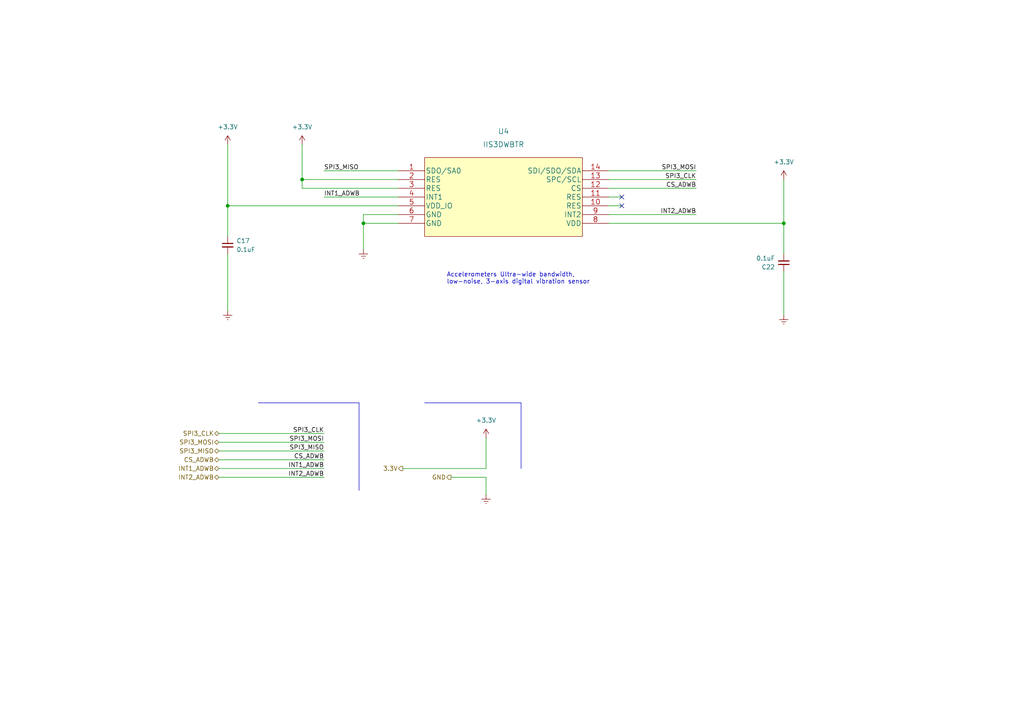
<source format=kicad_sch>
(kicad_sch (version 20230121) (generator eeschema)
  (paper "A4")
  (lib_symbols
    (symbol "2023-02-12_12-32-06:IIS3DWBTR" (pin_names (offset 0.254))
      (property "Reference" "U?" (at 30.48 11.43 0))
      (property "Value" "IIS3DWBTR" (at 30.48 7.62 0))
      (symbol "IIS3DWBTR_1_1"
        (rectangle (start 7.62 3.81) (end 53.34 -19.05) (fill (type background)))
        (pin unspecified line (at 0 0 0) (length 7.62) (name "SDO/SA0") (number "1"))
        (pin power_in line (at 60.96 -10.16 180) (length 7.62) (name "RES") (number "10"))
        (pin power_in line (at 60.96 -7.62 180) (length 7.62) (name "RES") (number "11"))
        (pin input line (at 60.96 -5.08 180) (length 7.62) (name "CS") (number "12"))
        (pin unspecified line (at 60.96 -2.54 180) (length 7.62) (name "SPC/SCL") (number "13"))
        (pin unspecified line (at 60.96 0 180) (length 7.62) (name "SDI/SDO/SDA") (number "14"))
        (pin power_in line (at 0 -2.54 0) (length 7.62) (name "RES") (number "2"))
        (pin power_in line (at 0 -5.08 0) (length 7.62) (name "RES") (number "3"))
        (pin input line (at 0 -7.62 0) (length 7.62) (name "INT1") (number "4"))
        (pin power_in line (at 0 -10.16 0) (length 7.62) (name "VDD_IO") (number "5"))
        (pin power_in line (at 0 -12.7 0) (length 7.62) (name "GND") (number "6"))
        (pin power_in line (at 0 -15.24 0) (length 7.62) (name "GND") (number "7"))
        (pin power_in line (at 60.96 -15.24 180) (length 7.62) (name "VDD") (number "8"))
        (pin input line (at 60.96 -12.7 180) (length 7.62) (name "INT2") (number "9"))
      )
    )
    (symbol "Device:C_Small" (pin_numbers hide) (pin_names (offset 0.254) hide)
      (property "Reference" "C" (at 0.254 1.778 0))
      (property "Value" "C_Small" (at 0.254 -2.032 0))
      (symbol "C_Small_0_1"
        (polyline (pts (xy -1.524 -0.508) (xy 1.524 -0.508)) (stroke (width 0.3302)))
        (polyline (pts (xy -1.524 0.508) (xy 1.524 0.508)) (stroke (width 0.3048)))
      )
      (symbol "C_Small_1_1"
        (pin passive line (at 0 2.54 270) (length 2.032) (name "~") (number "1"))
        (pin passive line (at 0 -2.54 90) (length 2.032) (name "~") (number "2"))
      )
    )
    (symbol "power:+3.3V" (power) (pin_names (offset 0))
      (property "Value" "+3.3V" (at 0 3.556 0))
      (symbol "+3.3V_0_1"
        (polyline (pts (xy -0.762 1.27) (xy 0 2.54)))
        (polyline (pts (xy 0 0) (xy 0 2.54)))
        (polyline (pts (xy 0 2.54) (xy 0.762 1.27)))
      )
      (symbol "+3.3V_1_1"
        (pin power_in line (at 0 0 90) (length 0) hide (name "+3.3V") (number "1"))
      )
    )
    (symbol "power:Earth" (power) (pin_names (offset 0))
      (symbol "Earth_0_1"
        (polyline (pts (xy -0.635 -1.905) (xy 0.635 -1.905)))
        (polyline (pts (xy -0.127 -2.54) (xy 0.127 -2.54)))
        (polyline (pts (xy 0 -1.27) (xy 0 0)))
        (polyline (pts (xy 1.27 -1.27) (xy -1.27 -1.27)))
      )
      (symbol "Earth_1_1"
        (pin power_in line (at 0 0 270) (length 0) hide (name "Earth") (number "1"))
      )
    )
  )
  (junction (at 105.41 64.77))
  (junction (at 87.63 52.07))
  (junction (at 227.33 64.77))
  (junction (at 66.04 59.69))
  (no_connect (at 180.34 59.69))
  (no_connect (at 180.34 57.15))
  (wire (pts (xy 176.53 49.53) (xy 201.93 49.53)))
  (wire (pts (xy 87.63 52.07) (xy 115.57 52.07)))
  (wire (pts (xy 176.53 57.15) (xy 180.34 57.15)))
  (wire (pts (xy 176.53 52.07) (xy 201.93 52.07)))
  (polyline (pts (xy 123.19 116.84) (xy 151.13 116.84)))
  (wire (pts (xy 105.41 62.23) (xy 115.57 62.23)))
  (wire (pts (xy 115.57 49.53) (xy 93.98 49.53)))
  (wire (pts (xy 116.84 135.89) (xy 140.97 135.89)))
  (polyline (pts (xy 74.93 116.84) (xy 104.14 116.84)))
  (wire (pts (xy 87.63 41.91) (xy 87.63 52.07)))
  (wire (pts (xy 227.33 52.07) (xy 227.33 64.77)))
  (wire (pts (xy 63.5 125.73) (xy 93.98 125.73)))
  (wire (pts (xy 66.04 73.66) (xy 66.04 90.17)))
  (wire (pts (xy 176.53 54.61) (xy 201.93 54.61)))
  (wire (pts (xy 63.5 128.27) (xy 93.98 128.27)))
  (wire (pts (xy 227.33 78.74) (xy 227.33 91.44)))
  (wire (pts (xy 87.63 54.61) (xy 115.57 54.61)))
  (wire (pts (xy 140.97 127) (xy 140.97 135.89)))
  (wire (pts (xy 130.81 138.43) (xy 140.97 138.43)))
  (wire (pts (xy 87.63 52.07) (xy 87.63 54.61)))
  (wire (pts (xy 105.41 72.39) (xy 105.41 64.77)))
  (wire (pts (xy 66.04 59.69) (xy 115.57 59.69)))
  (polyline (pts (xy 104.14 116.84) (xy 104.14 142.24)))
  (wire (pts (xy 63.5 133.35) (xy 93.98 133.35)))
  (wire (pts (xy 105.41 64.77) (xy 115.57 64.77)))
  (wire (pts (xy 93.98 135.89) (xy 63.5 135.89)))
  (wire (pts (xy 66.04 59.69) (xy 66.04 68.58)))
  (wire (pts (xy 105.41 64.77) (xy 105.41 62.23)))
  (polyline (pts (xy 151.13 116.84) (xy 151.13 135.89)))
  (wire (pts (xy 66.04 41.91) (xy 66.04 59.69)))
  (wire (pts (xy 140.97 143.51) (xy 140.97 138.43)))
  (wire (pts (xy 176.53 64.77) (xy 227.33 64.77)))
  (wire (pts (xy 63.5 138.43) (xy 93.98 138.43)))
  (wire (pts (xy 227.33 64.77) (xy 227.33 73.66)))
  (wire (pts (xy 93.98 130.81) (xy 63.5 130.81)))
  (wire (pts (xy 176.53 59.69) (xy 180.34 59.69)))
  (wire (pts (xy 176.53 62.23) (xy 201.93 62.23)))
  (wire (pts (xy 93.98 57.15) (xy 115.57 57.15)))
  (text "Accelerometers Ultra-wide bandwidth, \nlow-noise, 3-axis digital vibration sensor" (at 129.54 82.55 0) (effects (font (size 1.27 1.27)) (justify left bottom)))
  (label "INT1_ADWB" (at 93.98 57.15 0))
  (label "SPI3_CLK" (at 93.98 125.73 180))
  (label "INT2_ADWB" (at 201.93 62.23 180))
  (label "CS_ADWB" (at 201.93 54.61 180))
  (label "SPI3_MISO" (at 93.98 130.81 180))
  (label "SPI3_CLK" (at 201.93 52.07 180))
  (label "SPI3_MOSI" (at 201.93 49.53 180))
  (label "INT1_ADWB" (at 93.98 135.89 180))
  (label "INT2_ADWB" (at 93.98 138.43 180))
  (label "CS_ADWB" (at 93.98 133.35 180))
  (label "SPI3_MOSI" (at 93.98 128.27 180))
  (label "SPI3_MISO" (at 93.98 49.53 0))
  (hierarchical_label "INT1_ADWB" (shape bidirectional) (at 63.5 135.89 180))
  (hierarchical_label "SPI3_CLK" (shape bidirectional) (at 63.5 125.73 180))
  (hierarchical_label "GND" (shape output) (at 130.81 138.43 180))
  (hierarchical_label "CS_ADWB" (shape bidirectional) (at 63.5 133.35 180))
  (hierarchical_label "SPI3_MISO" (shape bidirectional) (at 63.5 130.81 180))
  (hierarchical_label "SPI3_MOSI" (shape bidirectional) (at 63.5 128.27 180))
  (hierarchical_label "INT2_ADWB" (shape bidirectional) (at 63.5 138.43 180))
  (hierarchical_label "3.3V" (shape output) (at 116.84 135.89 180))
  (symbol (lib_id "power:+3.3V") (at 140.97 127 0) (unit 1)
    (property "Reference" "#PWR0165" (effects hide))
    (property "Value" "+3.3V" (at 140.97 121.92 0))
    (instances (project "Accelerometer Sensor" (path "" (reference "#PWR0165") (unit 1))) (project "SourceFIle" (path "" (reference "#PWR0165") (unit 1)) (path "" (reference "#PWR017") (unit 1))))
  )
  (symbol (lib_id "power:+3.3V") (at 66.04 41.91 0) (unit 1)
    (property "Reference" "#PWR0167" (effects hide))
    (property "Value" "+3.3V" (at 66.04 36.83 0))
    (instances (project "Accelerometer Sensor" (path "" (reference "#PWR0167") (unit 1))) (project "SourceFIle" (path "" (reference "#PWR0167") (unit 1)) (path "" (reference "#PWR05") (unit 1))))
  )
  (symbol (lib_id "power:Earth") (at 105.41 72.39 0) (unit 1)
    (property "Reference" "#PWR0166" (effects hide))
    (property "Value" "Earth" (effects hide))
    (instances (project "Accelerometer Sensor" (path "" (reference "#PWR0166") (unit 1))) (project "SourceFIle" (path "" (reference "#PWR0166") (unit 1)) (path "" (reference "#PWR016") (unit 1))))
  )
  (symbol (lib_id "power:Earth") (at 227.33 91.44 0) (unit 1)
    (property "Reference" "#PWR0161" (effects hide))
    (property "Value" "Earth" (effects hide))
    (instances (project "Accelerometer Sensor" (path "" (reference "#PWR0161") (unit 1))) (project "SourceFIle" (path "" (reference "#PWR0161") (unit 1)) (path "" (reference "#PWR020") (unit 1))))
  )
  (symbol (lib_id "2023-02-12_12-32-06:IIS3DWBTR") (at 115.57 49.53 0) (unit 1)
    (property "Reference" "U4" (at 146.05 38.1 0) (effects (font (size 1.524 1.524))))
    (property "Value" "IIS3DWBTR" (at 146.05 41.91 0) (effects (font (size 1.524 1.524))))
    (property "Footprint" "Footprint:IIS3DWBTR" (effects hide))
    (property "PRICE" "29.24" (effects hide))
    (property "Manufacturer_Part_Number" "IIS3DWBTR" (effects hide))
  )
  (symbol (lib_id "power:+3.3V") (at 87.63 41.91 0) (unit 1)
    (property "Reference" "#PWR0168" (effects hide))
    (property "Value" "+3.3V" (at 87.63 36.83 0))
    (instances (project "Accelerometer Sensor" (path "" (reference "#PWR0168") (unit 1))) (project "SourceFIle" (path "" (reference "#PWR0168") (unit 1)) (path "" (reference "#PWR015") (unit 1))))
  )
  (symbol (lib_id "power:+3.3V") (at 227.33 52.07 0) (unit 1)
    (property "Reference" "#PWR0162" (effects hide))
    (property "Value" "+3.3V" (at 227.33 46.99 0))
    (instances (project "Accelerometer Sensor" (path "" (reference "#PWR0162") (unit 1))) (project "SourceFIle" (path "" (reference "#PWR0162") (unit 1)) (path "" (reference "#PWR019") (unit 1))))
  )
  (symbol (lib_id "Device:C_Small") (at 227.33 76.2 180) (unit 1)
    (property "Reference" "C22" (at 224.79 77.4638 0) (effects (justify left)))
    (property "Value" "0.1uF" (at 224.79 74.9238 0) (effects (justify left)))
    (property "Footprint" "Capacitor_SMD:C_0603_1608Metric_Pad1.08x0.95mm_HandSolder" (effects hide))
    (property "PRICE" "0.1" (effects hide))
    (property "Manufacturer_Part_Number" "CL10B104JB8NNND" (effects hide))
    (property "LCSC mfr" "TCC0603X7R104K500CT" (effects hide))
    (instances (project "Accelerometer Sensor" (path "" (reference "C22") (unit 1))) (project "SourceFIle" (path "" (reference "C22") (unit 1)) (path "" (reference "C39") (unit 1))))
  )
  (symbol (lib_id "Device:C_Small") (at 66.04 71.12 0) (unit 1)
    (property "Reference" "C17" (at 68.58 69.8562 0) (effects (justify left)))
    (property "Value" "0.1uF" (at 68.58 72.3962 0) (effects (justify left)))
    (property "Footprint" "Capacitor_SMD:C_0603_1608Metric_Pad1.08x0.95mm_HandSolder" (effects hide))
    (property "PRICE" "0.1" (effects hide))
    (property "Manufacturer_Part_Number" "CL10B104JB8NNND" (effects hide))
    (property "LCSC mfr" "TCC0603X7R104K500CT" (effects hide))
    (instances (project "Accelerometer Sensor" (path "" (reference "C17") (unit 1))) (project "SourceFIle" (path "" (reference "C17") (unit 1)) (path "" (reference "C15") (unit 1))))
  )
  (symbol (lib_id "power:Earth") (at 66.04 90.17 0) (mirror y) (unit 1)
    (property "Reference" "#PWR0163" (effects hide))
    (property "Value" "Earth" (effects hide))
    (instances (project "Accelerometer Sensor" (path "" (reference "#PWR0163") (unit 1))) (project "SourceFIle" (path "" (reference "#PWR0163") (unit 1)) (path "" (reference "#PWR014") (unit 1))))
  )
  (symbol (lib_id "power:Earth") (at 140.97 143.51 0) (unit 1)
    (property "Reference" "#PWR0164" (effects hide))
    (property "Value" "Earth" (effects hide))
    (instances (project "Accelerometer Sensor" (path "" (reference "#PWR0164") (unit 1))) (project "SourceFIle" (path "" (reference "#PWR0164") (unit 1)) (path "" (reference "#PWR018") (unit 1))))
  )
)
</source>
